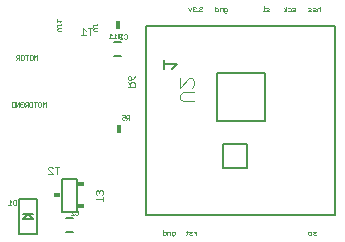
<source format=gbo>
G75*
%MOIN*%
%OFA0B0*%
%FSLAX25Y25*%
%IPPOS*%
%LPD*%
%AMOC8*
5,1,8,0,0,1.08239X$1,22.5*
%
%ADD10C,0.00100*%
%ADD11C,0.00600*%
%ADD12C,0.00500*%
%ADD13R,0.01800X0.03000*%
%ADD14C,0.00200*%
%ADD15R,0.02362X0.01772*%
%ADD16C,0.00800*%
%ADD17C,0.00400*%
D10*
X0002600Y0015350D02*
X0003601Y0015350D01*
X0003100Y0015350D02*
X0003100Y0016851D01*
X0003601Y0016351D01*
X0004073Y0016601D02*
X0004073Y0015600D01*
X0004323Y0015350D01*
X0005074Y0015350D01*
X0005074Y0016851D01*
X0004323Y0016851D01*
X0004073Y0016601D01*
X0023400Y0013051D02*
X0023650Y0013301D01*
X0024151Y0013301D01*
X0024401Y0013051D01*
X0024873Y0013051D02*
X0025123Y0013301D01*
X0025624Y0013301D01*
X0025874Y0013051D01*
X0025874Y0012050D01*
X0025624Y0011800D01*
X0025123Y0011800D01*
X0024873Y0012050D01*
X0024401Y0011800D02*
X0023400Y0012801D01*
X0023400Y0013051D01*
X0023400Y0011800D02*
X0024401Y0011800D01*
X0054127Y0006851D02*
X0054127Y0005350D01*
X0054877Y0005350D01*
X0055128Y0005600D01*
X0055128Y0006101D01*
X0054877Y0006351D01*
X0054127Y0006351D01*
X0055600Y0006101D02*
X0055600Y0005350D01*
X0055600Y0006101D02*
X0055850Y0006351D01*
X0056601Y0006351D01*
X0056601Y0005350D01*
X0057073Y0005350D02*
X0057824Y0005350D01*
X0058074Y0005600D01*
X0058074Y0006101D01*
X0057824Y0006351D01*
X0057073Y0006351D01*
X0057073Y0005100D01*
X0057323Y0004850D01*
X0057574Y0004850D01*
X0061873Y0005350D02*
X0062123Y0005600D01*
X0062123Y0006601D01*
X0062373Y0006351D02*
X0061873Y0006351D01*
X0062845Y0006351D02*
X0063596Y0006351D01*
X0063846Y0006101D01*
X0063596Y0005850D01*
X0063096Y0005850D01*
X0062845Y0005600D01*
X0063096Y0005350D01*
X0063846Y0005350D01*
X0064323Y0006351D02*
X0064574Y0006351D01*
X0065074Y0005850D01*
X0065074Y0005350D02*
X0065074Y0006351D01*
X0102600Y0006101D02*
X0102850Y0006351D01*
X0103351Y0006351D01*
X0103601Y0006101D01*
X0103601Y0005600D01*
X0103351Y0005350D01*
X0102850Y0005350D01*
X0102600Y0005600D01*
X0102600Y0006101D01*
X0104073Y0006351D02*
X0104824Y0006351D01*
X0105074Y0006101D01*
X0104824Y0005850D01*
X0104323Y0005850D01*
X0104073Y0005600D01*
X0104323Y0005350D01*
X0105074Y0005350D01*
X0042974Y0043550D02*
X0042974Y0045051D01*
X0042223Y0045051D01*
X0041973Y0044801D01*
X0041973Y0044301D01*
X0042223Y0044050D01*
X0042974Y0044050D01*
X0042474Y0044050D02*
X0041973Y0043550D01*
X0041501Y0043800D02*
X0041251Y0043550D01*
X0040750Y0043550D01*
X0040500Y0043800D01*
X0040500Y0044301D01*
X0040750Y0044551D01*
X0041000Y0044551D01*
X0041501Y0044301D01*
X0041501Y0045051D01*
X0040500Y0045051D01*
X0015011Y0048000D02*
X0015011Y0049502D01*
X0014511Y0049001D01*
X0014010Y0049502D01*
X0014010Y0048000D01*
X0013538Y0048251D02*
X0013288Y0048000D01*
X0012787Y0048000D01*
X0012537Y0048251D01*
X0012537Y0049251D01*
X0012787Y0049502D01*
X0013288Y0049502D01*
X0013538Y0049251D01*
X0013538Y0048251D01*
X0012065Y0049502D02*
X0011064Y0049502D01*
X0011564Y0049502D02*
X0011564Y0048000D01*
X0010592Y0048251D02*
X0010341Y0048000D01*
X0009841Y0048000D01*
X0009591Y0048251D01*
X0009591Y0049251D01*
X0009841Y0049502D01*
X0010341Y0049502D01*
X0010592Y0049251D01*
X0010592Y0048251D01*
X0009118Y0048501D02*
X0008368Y0048501D01*
X0008117Y0048751D01*
X0008117Y0049251D01*
X0008368Y0049502D01*
X0009118Y0049502D01*
X0009118Y0048000D01*
X0008618Y0048501D02*
X0008117Y0048000D01*
X0007645Y0048251D02*
X0007395Y0048000D01*
X0006894Y0048000D01*
X0006644Y0048251D01*
X0006644Y0048751D01*
X0007145Y0048751D01*
X0007645Y0049251D02*
X0007645Y0048251D01*
X0007645Y0049251D02*
X0007395Y0049502D01*
X0006894Y0049502D01*
X0006644Y0049251D01*
X0006172Y0049502D02*
X0005171Y0048000D01*
X0005171Y0049502D01*
X0004698Y0049502D02*
X0003948Y0049502D01*
X0003698Y0049251D01*
X0003698Y0048251D01*
X0003948Y0048000D01*
X0004698Y0048000D01*
X0004698Y0049502D01*
X0006172Y0049502D02*
X0006172Y0048000D01*
X0006230Y0063700D02*
X0006230Y0065201D01*
X0005479Y0065201D01*
X0005229Y0064951D01*
X0005229Y0064450D01*
X0005479Y0064200D01*
X0006230Y0064200D01*
X0005729Y0064200D02*
X0005229Y0063700D01*
X0006702Y0063950D02*
X0006702Y0064951D01*
X0006952Y0065201D01*
X0007453Y0065201D01*
X0007703Y0064951D01*
X0007703Y0063950D01*
X0007453Y0063700D01*
X0006952Y0063700D01*
X0006702Y0063950D01*
X0008175Y0065201D02*
X0009176Y0065201D01*
X0008676Y0065201D02*
X0008676Y0063700D01*
X0009649Y0063950D02*
X0009649Y0064951D01*
X0009899Y0065201D01*
X0010399Y0065201D01*
X0010650Y0064951D01*
X0010650Y0063950D01*
X0010399Y0063700D01*
X0009899Y0063700D01*
X0009649Y0063950D01*
X0011122Y0063700D02*
X0011122Y0065201D01*
X0011622Y0064700D01*
X0012123Y0065201D01*
X0012123Y0063700D01*
X0019224Y0073101D02*
X0018724Y0073602D01*
X0019224Y0074102D01*
X0020225Y0074102D01*
X0020225Y0075075D02*
X0020225Y0075575D01*
X0020225Y0075325D02*
X0018974Y0075325D01*
X0018724Y0075075D01*
X0018724Y0074825D01*
X0018974Y0074574D01*
X0019224Y0073101D02*
X0020225Y0073101D01*
X0019724Y0076048D02*
X0020225Y0076548D01*
X0018724Y0076548D01*
X0018724Y0076048D02*
X0018724Y0077049D01*
X0030724Y0075075D02*
X0030974Y0075325D01*
X0032225Y0075325D01*
X0032225Y0075075D02*
X0032225Y0075575D01*
X0032225Y0074102D02*
X0031224Y0074102D01*
X0030724Y0073602D01*
X0031224Y0073101D01*
X0032225Y0073101D01*
X0030974Y0074574D02*
X0030724Y0074825D01*
X0030724Y0075075D01*
X0036547Y0072251D02*
X0036547Y0070750D01*
X0037047Y0070750D02*
X0036046Y0070750D01*
X0037047Y0071751D02*
X0036547Y0072251D01*
X0038020Y0072251D02*
X0038020Y0070750D01*
X0037520Y0070750D02*
X0038521Y0070750D01*
X0038993Y0070750D02*
X0039493Y0071250D01*
X0039600Y0071100D02*
X0039600Y0070850D01*
X0039850Y0070600D01*
X0040351Y0070600D01*
X0040601Y0070850D01*
X0041073Y0070850D02*
X0041323Y0070600D01*
X0041824Y0070600D01*
X0042074Y0070850D01*
X0042074Y0071851D01*
X0041824Y0072101D01*
X0041323Y0072101D01*
X0041073Y0071851D01*
X0040601Y0071851D02*
X0040351Y0072101D01*
X0039850Y0072101D01*
X0039600Y0071851D01*
X0039600Y0071601D01*
X0039850Y0071351D01*
X0039600Y0071100D01*
X0039850Y0071351D02*
X0040100Y0071351D01*
X0039994Y0071250D02*
X0039243Y0071250D01*
X0038993Y0071501D01*
X0038993Y0072001D01*
X0039243Y0072251D01*
X0039994Y0072251D01*
X0039994Y0070750D01*
X0038521Y0071751D02*
X0038020Y0072251D01*
X0062546Y0080751D02*
X0063047Y0079750D01*
X0063547Y0080751D01*
X0064020Y0080751D02*
X0064270Y0080501D01*
X0064020Y0080250D01*
X0064020Y0080000D01*
X0064270Y0079750D01*
X0064770Y0079750D01*
X0065021Y0080000D01*
X0065507Y0080000D02*
X0065507Y0079750D01*
X0065757Y0079750D01*
X0065757Y0080000D01*
X0065507Y0080000D01*
X0066230Y0080000D02*
X0066480Y0079750D01*
X0066980Y0079750D01*
X0067230Y0080000D01*
X0066730Y0080501D02*
X0066480Y0080501D01*
X0066230Y0080250D01*
X0066230Y0080000D01*
X0066480Y0080501D02*
X0066230Y0080751D01*
X0066230Y0081001D01*
X0066480Y0081251D01*
X0066980Y0081251D01*
X0067230Y0081001D01*
X0065021Y0081001D02*
X0064770Y0081251D01*
X0064270Y0081251D01*
X0064020Y0081001D01*
X0064020Y0080751D01*
X0064270Y0080501D02*
X0064520Y0080501D01*
X0071546Y0080751D02*
X0072297Y0080751D01*
X0072547Y0080501D01*
X0072547Y0080000D01*
X0072297Y0079750D01*
X0071546Y0079750D01*
X0071546Y0081251D01*
X0073020Y0080501D02*
X0073020Y0079750D01*
X0073020Y0080501D02*
X0073270Y0080751D01*
X0074021Y0080751D01*
X0074021Y0079750D01*
X0074493Y0079750D02*
X0075244Y0079750D01*
X0075494Y0080000D01*
X0075494Y0080501D01*
X0075244Y0080751D01*
X0074493Y0080751D01*
X0074493Y0079500D01*
X0074743Y0079250D01*
X0074993Y0079250D01*
X0087556Y0079750D02*
X0088056Y0079750D01*
X0087806Y0079750D02*
X0087806Y0080751D01*
X0088056Y0080751D01*
X0088529Y0080751D02*
X0089279Y0080751D01*
X0089529Y0080501D01*
X0089279Y0080250D01*
X0088779Y0080250D01*
X0088529Y0080000D01*
X0088779Y0079750D01*
X0089529Y0079750D01*
X0087806Y0081251D02*
X0087806Y0081501D01*
X0094551Y0080751D02*
X0095302Y0080250D01*
X0094551Y0079750D01*
X0095302Y0079750D02*
X0095302Y0081251D01*
X0095774Y0080751D02*
X0096525Y0080751D01*
X0096775Y0080501D01*
X0096775Y0080000D01*
X0096525Y0079750D01*
X0095774Y0079750D01*
X0097247Y0080000D02*
X0097498Y0080250D01*
X0097998Y0080250D01*
X0098248Y0080501D01*
X0097998Y0080751D01*
X0097247Y0080751D01*
X0097247Y0080000D02*
X0097498Y0079750D01*
X0098248Y0079750D01*
X0102546Y0080000D02*
X0102797Y0080250D01*
X0103297Y0080250D01*
X0103547Y0080501D01*
X0103297Y0080751D01*
X0102546Y0080751D01*
X0102546Y0080000D02*
X0102797Y0079750D01*
X0103547Y0079750D01*
X0104020Y0080000D02*
X0104270Y0080250D01*
X0104770Y0080250D01*
X0105021Y0080501D01*
X0104770Y0080751D01*
X0104020Y0080751D01*
X0104020Y0080000D02*
X0104270Y0079750D01*
X0105021Y0079750D01*
X0105493Y0079750D02*
X0105493Y0080501D01*
X0105743Y0080751D01*
X0106244Y0080751D01*
X0106494Y0080501D01*
X0106494Y0081251D02*
X0106494Y0079750D01*
D11*
X0058765Y0062058D02*
X0054361Y0062058D01*
X0054361Y0060591D02*
X0054361Y0063526D01*
X0057297Y0060591D02*
X0058765Y0062058D01*
X0040305Y0064938D02*
X0037943Y0064938D01*
X0037943Y0069662D02*
X0040305Y0069662D01*
X0024105Y0010862D02*
X0021743Y0010862D01*
X0021743Y0006138D02*
X0024105Y0006138D01*
D12*
X0012077Y0005394D02*
X0006171Y0005394D01*
X0006171Y0017206D01*
X0012077Y0017206D01*
X0012077Y0005394D01*
X0010874Y0010550D02*
X0007374Y0010550D01*
X0009124Y0012050D01*
X0010874Y0010550D01*
X0010874Y0012050D02*
X0007374Y0012050D01*
X0020365Y0012988D02*
X0020365Y0024012D01*
X0025483Y0024012D01*
X0025483Y0012988D01*
X0020365Y0012988D01*
D13*
X0039524Y0040500D03*
X0039124Y0075300D03*
D14*
X0030524Y0074102D02*
X0029056Y0074102D01*
X0029790Y0074102D02*
X0029790Y0071900D01*
X0028314Y0071900D02*
X0026846Y0071900D01*
X0027580Y0071900D02*
X0027580Y0074102D01*
X0028314Y0073368D01*
X0042891Y0058258D02*
X0043258Y0058258D01*
X0043625Y0057891D01*
X0043625Y0056790D01*
X0042891Y0056790D01*
X0042524Y0057157D01*
X0042524Y0057891D01*
X0042891Y0058258D01*
X0044359Y0057524D02*
X0043625Y0056790D01*
X0043625Y0056048D02*
X0043258Y0055681D01*
X0043258Y0054580D01*
X0042524Y0054580D02*
X0044726Y0054580D01*
X0044726Y0055681D01*
X0044359Y0056048D01*
X0043625Y0056048D01*
X0043258Y0055314D02*
X0042524Y0056048D01*
X0044359Y0057524D02*
X0044726Y0058258D01*
X0019544Y0027902D02*
X0018076Y0027902D01*
X0018810Y0027902D02*
X0018810Y0025700D01*
X0017334Y0025700D02*
X0015866Y0027168D01*
X0015866Y0027535D01*
X0016233Y0027902D01*
X0016967Y0027902D01*
X0017334Y0027535D01*
X0017334Y0025700D02*
X0015866Y0025700D01*
X0031824Y0019701D02*
X0031824Y0018967D01*
X0032191Y0018600D01*
X0032925Y0019334D02*
X0032925Y0019701D01*
X0032558Y0020068D01*
X0032191Y0020068D01*
X0031824Y0019701D01*
X0032925Y0019701D02*
X0033292Y0020068D01*
X0033659Y0020068D01*
X0034026Y0019701D01*
X0034026Y0018967D01*
X0033659Y0018600D01*
X0034026Y0017858D02*
X0034026Y0016390D01*
X0034026Y0017124D02*
X0031824Y0017124D01*
D15*
X0026959Y0014760D03*
X0026959Y0022240D03*
X0018889Y0018500D03*
D16*
X0048628Y0011804D02*
X0111620Y0011804D01*
X0111620Y0074796D01*
X0048628Y0074796D01*
X0048628Y0011804D01*
X0074219Y0027552D02*
X0082093Y0027552D01*
X0082093Y0035426D01*
X0074219Y0035426D01*
X0074219Y0027552D01*
X0072250Y0043300D02*
X0072250Y0059048D01*
X0087998Y0059048D01*
X0087998Y0043300D01*
X0072250Y0043300D01*
D17*
X0064495Y0049725D02*
X0060658Y0049725D01*
X0059891Y0050493D01*
X0059891Y0052027D01*
X0060658Y0052794D01*
X0064495Y0052794D01*
X0063728Y0054329D02*
X0064495Y0055096D01*
X0064495Y0056631D01*
X0063728Y0057398D01*
X0062960Y0057398D01*
X0059891Y0054329D01*
X0059891Y0057398D01*
M02*

</source>
